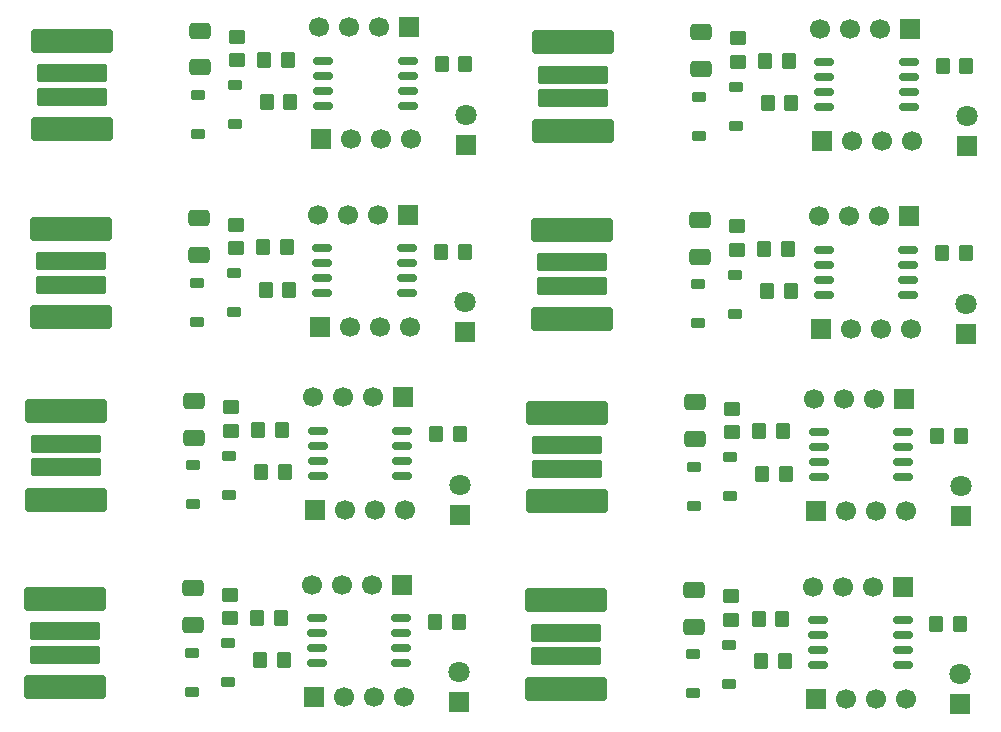
<source format=gbr>
%TF.GenerationSoftware,KiCad,Pcbnew,9.0.2*%
%TF.CreationDate,2025-11-07T14:57:23+01:00*%
%TF.ProjectId,Digispark_USB_Panel,44696769-7370-4617-926b-5f5553425f50,rev?*%
%TF.SameCoordinates,Original*%
%TF.FileFunction,Soldermask,Top*%
%TF.FilePolarity,Negative*%
%FSLAX46Y46*%
G04 Gerber Fmt 4.6, Leading zero omitted, Abs format (unit mm)*
G04 Created by KiCad (PCBNEW 9.0.2) date 2025-11-07 14:57:23*
%MOMM*%
%LPD*%
G01*
G04 APERTURE LIST*
G04 Aperture macros list*
%AMRoundRect*
0 Rectangle with rounded corners*
0 $1 Rounding radius*
0 $2 $3 $4 $5 $6 $7 $8 $9 X,Y pos of 4 corners*
0 Add a 4 corners polygon primitive as box body*
4,1,4,$2,$3,$4,$5,$6,$7,$8,$9,$2,$3,0*
0 Add four circle primitives for the rounded corners*
1,1,$1+$1,$2,$3*
1,1,$1+$1,$4,$5*
1,1,$1+$1,$6,$7*
1,1,$1+$1,$8,$9*
0 Add four rect primitives between the rounded corners*
20,1,$1+$1,$2,$3,$4,$5,0*
20,1,$1+$1,$4,$5,$6,$7,0*
20,1,$1+$1,$6,$7,$8,$9,0*
20,1,$1+$1,$8,$9,$2,$3,0*%
G04 Aperture macros list end*
%ADD10RoundRect,0.250000X-0.350000X-0.450000X0.350000X-0.450000X0.350000X0.450000X-0.350000X0.450000X0*%
%ADD11RoundRect,0.300000X3.200000X0.700000X-3.200000X0.700000X-3.200000X-0.700000X3.200000X-0.700000X0*%
%ADD12RoundRect,0.225000X2.775000X0.525000X-2.775000X0.525000X-2.775000X-0.525000X2.775000X-0.525000X0*%
%ADD13R,1.700000X1.700000*%
%ADD14C,1.700000*%
%ADD15RoundRect,0.250000X-0.650000X0.412500X-0.650000X-0.412500X0.650000X-0.412500X0.650000X0.412500X0*%
%ADD16RoundRect,0.162500X-0.650000X-0.162500X0.650000X-0.162500X0.650000X0.162500X-0.650000X0.162500X0*%
%ADD17RoundRect,0.225000X-0.375000X0.225000X-0.375000X-0.225000X0.375000X-0.225000X0.375000X0.225000X0*%
%ADD18R,1.800000X1.800000*%
%ADD19C,1.800000*%
%ADD20RoundRect,0.250000X-0.450000X0.350000X-0.450000X-0.350000X0.450000X-0.350000X0.450000X0.350000X0*%
G04 APERTURE END LIST*
D10*
%TO.C,R2*%
X122253050Y-108812200D03*
X124253050Y-108812200D03*
%TD*%
D11*
%TO.C,U1*%
X105742550Y-111139800D03*
D12*
X105742550Y-108389800D03*
X105742550Y-106389800D03*
D11*
X105742550Y-103639800D03*
%TD*%
D13*
%TO.C,J2*%
X134286050Y-102487600D03*
D14*
X131746050Y-102487600D03*
X129206050Y-102487600D03*
X126666050Y-102487600D03*
%TD*%
D15*
%TO.C,C1*%
X116582250Y-102766200D03*
X116582250Y-105891200D03*
%TD*%
D16*
%TO.C,U2*%
X127040950Y-105307000D03*
X127040950Y-106577000D03*
X127040950Y-107847000D03*
X127040950Y-109117000D03*
X134215950Y-109117000D03*
X134215950Y-107847000D03*
X134215950Y-106577000D03*
X134215950Y-105307000D03*
%TD*%
D17*
%TO.C,D1*%
X116455250Y-108230000D03*
X116455250Y-111530000D03*
%TD*%
D18*
%TO.C,D3*%
X139112050Y-112419000D03*
D19*
X139112050Y-109879000D03*
%TD*%
D17*
%TO.C,D2*%
X119554050Y-107417200D03*
X119554050Y-110717200D03*
%TD*%
D10*
%TO.C,R3*%
X137070650Y-105611800D03*
X139070650Y-105611800D03*
%TD*%
D20*
%TO.C,R4*%
X119706450Y-103300400D03*
X119706450Y-105300400D03*
%TD*%
D10*
%TO.C,R1*%
X122024450Y-105230800D03*
X124024450Y-105230800D03*
%TD*%
D13*
%TO.C,J1*%
X126843850Y-111987200D03*
D14*
X129383850Y-111987200D03*
X131923850Y-111987200D03*
X134463850Y-111987200D03*
%TD*%
D10*
%TO.C,R2*%
X124733850Y-77465600D03*
X122733850Y-77465600D03*
%TD*%
D20*
%TO.C,R4*%
X119635800Y-121188600D03*
X119635800Y-119188600D03*
%TD*%
D11*
%TO.C,U1*%
X105671900Y-119528000D03*
D12*
X105671900Y-122278000D03*
X105671900Y-124278000D03*
D11*
X105671900Y-127028000D03*
%TD*%
D15*
%TO.C,C1*%
X116511600Y-121779400D03*
X116511600Y-118654400D03*
%TD*%
D17*
%TO.C,D2*%
X119483400Y-126605400D03*
X119483400Y-123305400D03*
%TD*%
D16*
%TO.C,U2*%
X134145300Y-121195200D03*
X134145300Y-122465200D03*
X134145300Y-123735200D03*
X134145300Y-125005200D03*
X126970300Y-125005200D03*
X126970300Y-123735200D03*
X126970300Y-122465200D03*
X126970300Y-121195200D03*
%TD*%
D10*
%TO.C,R2*%
X124182400Y-124700400D03*
X122182400Y-124700400D03*
%TD*%
D14*
%TO.C,J2*%
X126595400Y-118375800D03*
X129135400Y-118375800D03*
X131675400Y-118375800D03*
D13*
X134215400Y-118375800D03*
%TD*%
D19*
%TO.C,D3*%
X139041400Y-125767200D03*
D18*
X139041400Y-128307200D03*
%TD*%
D10*
%TO.C,R3*%
X139000000Y-121500000D03*
X137000000Y-121500000D03*
%TD*%
D17*
%TO.C,D1*%
X116384600Y-127418200D03*
X116384600Y-124118200D03*
%TD*%
D10*
%TO.C,R1*%
X123953800Y-121119000D03*
X121953800Y-121119000D03*
%TD*%
D14*
%TO.C,J1*%
X134393200Y-127875400D03*
X131853200Y-127875400D03*
X129313200Y-127875400D03*
D13*
X126773200Y-127875400D03*
%TD*%
D17*
%TO.C,D2*%
X120034850Y-79370600D03*
X120034850Y-76070600D03*
%TD*%
D14*
%TO.C,J2*%
X127146850Y-71141000D03*
X129686850Y-71141000D03*
X132226850Y-71141000D03*
D13*
X134766850Y-71141000D03*
%TD*%
D14*
%TO.C,J2*%
X127076200Y-87029200D03*
X129616200Y-87029200D03*
X132156200Y-87029200D03*
D13*
X134696200Y-87029200D03*
%TD*%
D14*
%TO.C,J1*%
X134944650Y-80640600D03*
X132404650Y-80640600D03*
X129864650Y-80640600D03*
D13*
X127324650Y-80640600D03*
%TD*%
D19*
%TO.C,D3*%
X139522200Y-94420600D03*
D18*
X139522200Y-96960600D03*
%TD*%
D14*
%TO.C,J1*%
X134874000Y-96528800D03*
X132334000Y-96528800D03*
X129794000Y-96528800D03*
D13*
X127254000Y-96528800D03*
%TD*%
D15*
%TO.C,C1*%
X117063050Y-74544600D03*
X117063050Y-71419600D03*
%TD*%
D11*
%TO.C,U1*%
X106223350Y-72293200D03*
D12*
X106223350Y-75043200D03*
X106223350Y-77043200D03*
D11*
X106223350Y-79793200D03*
%TD*%
D10*
%TO.C,R1*%
X124505250Y-73884200D03*
X122505250Y-73884200D03*
%TD*%
D11*
%TO.C,U1*%
X106152700Y-88181400D03*
D12*
X106152700Y-90931400D03*
X106152700Y-92931400D03*
D11*
X106152700Y-95681400D03*
%TD*%
D17*
%TO.C,D1*%
X116936050Y-80183400D03*
X116936050Y-76883400D03*
%TD*%
D16*
%TO.C,U2*%
X134696750Y-73960400D03*
X134696750Y-75230400D03*
X134696750Y-76500400D03*
X134696750Y-77770400D03*
X127521750Y-77770400D03*
X127521750Y-76500400D03*
X127521750Y-75230400D03*
X127521750Y-73960400D03*
%TD*%
D20*
%TO.C,R4*%
X120187250Y-73953800D03*
X120187250Y-71953800D03*
%TD*%
%TO.C,R4*%
X120116600Y-89842000D03*
X120116600Y-87842000D03*
%TD*%
D15*
%TO.C,C1*%
X116992400Y-90432800D03*
X116992400Y-87307800D03*
%TD*%
D19*
%TO.C,D3*%
X139592850Y-78532400D03*
D18*
X139592850Y-81072400D03*
%TD*%
D17*
%TO.C,D2*%
X119964200Y-95258800D03*
X119964200Y-91958800D03*
%TD*%
D16*
%TO.C,U2*%
X134626100Y-89848600D03*
X134626100Y-91118600D03*
X134626100Y-92388600D03*
X134626100Y-93658600D03*
X127451100Y-93658600D03*
X127451100Y-92388600D03*
X127451100Y-91118600D03*
X127451100Y-89848600D03*
%TD*%
D10*
%TO.C,R2*%
X124663200Y-93353800D03*
X122663200Y-93353800D03*
%TD*%
%TO.C,R3*%
X139551450Y-74265200D03*
X137551450Y-74265200D03*
%TD*%
%TO.C,R3*%
X139480800Y-90153400D03*
X137480800Y-90153400D03*
%TD*%
%TO.C,R1*%
X124434600Y-89772400D03*
X122434600Y-89772400D03*
%TD*%
D17*
%TO.C,D1*%
X116865400Y-96071600D03*
X116865400Y-92771600D03*
%TD*%
D15*
%TO.C,C1*%
X159008900Y-106017000D03*
X159008900Y-102892000D03*
%TD*%
D11*
%TO.C,U1*%
X148169200Y-103765600D03*
D12*
X148169200Y-106515600D03*
X148169200Y-108515600D03*
D11*
X148169200Y-111265600D03*
%TD*%
D15*
%TO.C,C1*%
X158938250Y-121905200D03*
X158938250Y-118780200D03*
%TD*%
D16*
%TO.C,U2*%
X176642600Y-105432800D03*
X176642600Y-106702800D03*
X176642600Y-107972800D03*
X176642600Y-109242800D03*
X169467600Y-109242800D03*
X169467600Y-107972800D03*
X169467600Y-106702800D03*
X169467600Y-105432800D03*
%TD*%
D10*
%TO.C,R3*%
X181426650Y-121625800D03*
X179426650Y-121625800D03*
%TD*%
%TO.C,R2*%
X167160500Y-77591400D03*
X165160500Y-77591400D03*
%TD*%
D17*
%TO.C,D1*%
X158881900Y-111655800D03*
X158881900Y-108355800D03*
%TD*%
%TO.C,D2*%
X161910050Y-126731200D03*
X161910050Y-123431200D03*
%TD*%
D19*
%TO.C,D3*%
X181468050Y-125893000D03*
D18*
X181468050Y-128433000D03*
%TD*%
D14*
%TO.C,J2*%
X169092700Y-102613400D03*
X171632700Y-102613400D03*
X174172700Y-102613400D03*
D13*
X176712700Y-102613400D03*
%TD*%
D19*
%TO.C,D3*%
X181538700Y-110004800D03*
D18*
X181538700Y-112544800D03*
%TD*%
D17*
%TO.C,D2*%
X161980700Y-110843000D03*
X161980700Y-107543000D03*
%TD*%
D10*
%TO.C,R3*%
X181497300Y-105737600D03*
X179497300Y-105737600D03*
%TD*%
%TO.C,R1*%
X166451100Y-105356600D03*
X164451100Y-105356600D03*
%TD*%
D14*
%TO.C,J1*%
X176890500Y-112113000D03*
X174350500Y-112113000D03*
X171810500Y-112113000D03*
D13*
X169270500Y-112113000D03*
%TD*%
D20*
%TO.C,R4*%
X162133100Y-105426200D03*
X162133100Y-103426200D03*
%TD*%
%TO.C,R4*%
X162062450Y-121314400D03*
X162062450Y-119314400D03*
%TD*%
D10*
%TO.C,R2*%
X166679700Y-108938000D03*
X164679700Y-108938000D03*
%TD*%
D11*
%TO.C,U1*%
X148098550Y-119653800D03*
D12*
X148098550Y-122403800D03*
X148098550Y-124403800D03*
D11*
X148098550Y-127153800D03*
%TD*%
D16*
%TO.C,U2*%
X176571950Y-121321000D03*
X176571950Y-122591000D03*
X176571950Y-123861000D03*
X176571950Y-125131000D03*
X169396950Y-125131000D03*
X169396950Y-123861000D03*
X169396950Y-122591000D03*
X169396950Y-121321000D03*
%TD*%
D10*
%TO.C,R2*%
X166609050Y-124826200D03*
X164609050Y-124826200D03*
%TD*%
D14*
%TO.C,J2*%
X169022050Y-118501600D03*
X171562050Y-118501600D03*
X174102050Y-118501600D03*
D13*
X176642050Y-118501600D03*
%TD*%
D20*
%TO.C,R4*%
X162613900Y-74079600D03*
X162613900Y-72079600D03*
%TD*%
D11*
%TO.C,U1*%
X148579350Y-88307200D03*
D12*
X148579350Y-91057200D03*
X148579350Y-93057200D03*
D11*
X148579350Y-95807200D03*
%TD*%
D17*
%TO.C,D2*%
X162461500Y-79496400D03*
X162461500Y-76196400D03*
%TD*%
D14*
%TO.C,J2*%
X169502850Y-87155000D03*
X172042850Y-87155000D03*
X174582850Y-87155000D03*
D13*
X177122850Y-87155000D03*
%TD*%
D14*
%TO.C,J1*%
X177300650Y-96654600D03*
X174760650Y-96654600D03*
X172220650Y-96654600D03*
D13*
X169680650Y-96654600D03*
%TD*%
D17*
%TO.C,D1*%
X159362700Y-80309200D03*
X159362700Y-77009200D03*
%TD*%
D10*
%TO.C,R3*%
X181907450Y-90279200D03*
X179907450Y-90279200D03*
%TD*%
%TO.C,R1*%
X166931900Y-74010000D03*
X164931900Y-74010000D03*
%TD*%
D17*
%TO.C,D2*%
X162390850Y-95384600D03*
X162390850Y-92084600D03*
%TD*%
%TO.C,D1*%
X158811250Y-127544000D03*
X158811250Y-124244000D03*
%TD*%
D14*
%TO.C,J1*%
X177371300Y-80766400D03*
X174831300Y-80766400D03*
X172291300Y-80766400D03*
D13*
X169751300Y-80766400D03*
%TD*%
D19*
%TO.C,D3*%
X181948850Y-94546400D03*
D18*
X181948850Y-97086400D03*
%TD*%
D15*
%TO.C,C1*%
X159489700Y-74670400D03*
X159489700Y-71545400D03*
%TD*%
D10*
%TO.C,R1*%
X166380450Y-121244800D03*
X164380450Y-121244800D03*
%TD*%
D14*
%TO.C,J1*%
X176819850Y-128001200D03*
X174279850Y-128001200D03*
X171739850Y-128001200D03*
D13*
X169199850Y-128001200D03*
%TD*%
D14*
%TO.C,J2*%
X169573500Y-71266800D03*
X172113500Y-71266800D03*
X174653500Y-71266800D03*
D13*
X177193500Y-71266800D03*
%TD*%
D11*
%TO.C,U1*%
X148650000Y-72419000D03*
D12*
X148650000Y-75169000D03*
X148650000Y-77169000D03*
D11*
X148650000Y-79919000D03*
%TD*%
D16*
%TO.C,U2*%
X177123400Y-74086200D03*
X177123400Y-75356200D03*
X177123400Y-76626200D03*
X177123400Y-77896200D03*
X169948400Y-77896200D03*
X169948400Y-76626200D03*
X169948400Y-75356200D03*
X169948400Y-74086200D03*
%TD*%
D20*
%TO.C,R4*%
X162543250Y-89967800D03*
X162543250Y-87967800D03*
%TD*%
D15*
%TO.C,C1*%
X159419050Y-90558600D03*
X159419050Y-87433600D03*
%TD*%
D16*
%TO.C,U2*%
X177052750Y-89974400D03*
X177052750Y-91244400D03*
X177052750Y-92514400D03*
X177052750Y-93784400D03*
X169877750Y-93784400D03*
X169877750Y-92514400D03*
X169877750Y-91244400D03*
X169877750Y-89974400D03*
%TD*%
D19*
%TO.C,D3*%
X182019500Y-78658200D03*
D18*
X182019500Y-81198200D03*
%TD*%
D10*
%TO.C,R2*%
X167089850Y-93479600D03*
X165089850Y-93479600D03*
%TD*%
%TO.C,R3*%
X181978100Y-74391000D03*
X179978100Y-74391000D03*
%TD*%
%TO.C,R1*%
X166861250Y-89898200D03*
X164861250Y-89898200D03*
%TD*%
D17*
%TO.C,D1*%
X159292050Y-96197400D03*
X159292050Y-92897400D03*
%TD*%
M02*

</source>
